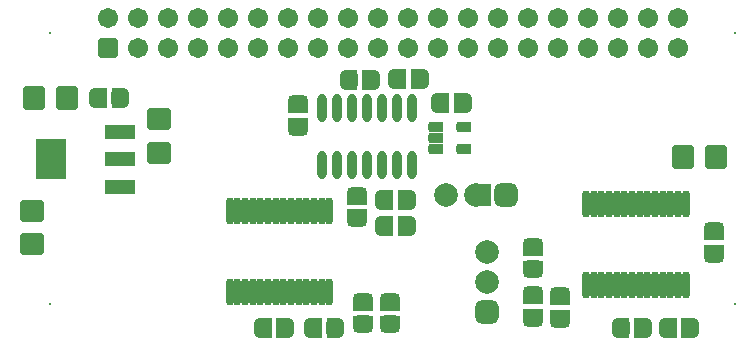
<source format=gts>
%FSLAX44Y44*%
%MOMM*%
G71*
G01*
G75*
G04 Layer_Color=8388736*
G04:AMPARAMS|DCode=10|XSize=1.5mm|YSize=1.3mm|CornerRadius=0.325mm|HoleSize=0mm|Usage=FLASHONLY|Rotation=180.000|XOffset=0mm|YOffset=0mm|HoleType=Round|Shape=RoundedRectangle|*
%AMROUNDEDRECTD10*
21,1,1.5000,0.6500,0,0,180.0*
21,1,0.8500,1.3000,0,0,180.0*
1,1,0.6500,-0.4250,0.3250*
1,1,0.6500,0.4250,0.3250*
1,1,0.6500,0.4250,-0.3250*
1,1,0.6500,-0.4250,-0.3250*
%
%ADD10ROUNDEDRECTD10*%
G04:AMPARAMS|DCode=11|XSize=1.5mm|YSize=1.3mm|CornerRadius=0.325mm|HoleSize=0mm|Usage=FLASHONLY|Rotation=90.000|XOffset=0mm|YOffset=0mm|HoleType=Round|Shape=RoundedRectangle|*
%AMROUNDEDRECTD11*
21,1,1.5000,0.6500,0,0,90.0*
21,1,0.8500,1.3000,0,0,90.0*
1,1,0.6500,0.3250,0.4250*
1,1,0.6500,0.3250,-0.4250*
1,1,0.6500,-0.3250,-0.4250*
1,1,0.6500,-0.3250,0.4250*
%
%ADD11ROUNDEDRECTD11*%
%ADD12O,0.6000X2.2000*%
%ADD13O,0.4500X2.1000*%
G04:AMPARAMS|DCode=14|XSize=1.8mm|YSize=1.65mm|CornerRadius=0.1238mm|HoleSize=0mm|Usage=FLASHONLY|Rotation=90.000|XOffset=0mm|YOffset=0mm|HoleType=Round|Shape=RoundedRectangle|*
%AMROUNDEDRECTD14*
21,1,1.8000,1.4025,0,0,90.0*
21,1,1.5525,1.6500,0,0,90.0*
1,1,0.2475,0.7013,0.7763*
1,1,0.2475,0.7013,-0.7763*
1,1,0.2475,-0.7013,-0.7763*
1,1,0.2475,-0.7013,0.7763*
%
%ADD14ROUNDEDRECTD14*%
G04:AMPARAMS|DCode=15|XSize=1.8mm|YSize=1.65mm|CornerRadius=0.1238mm|HoleSize=0mm|Usage=FLASHONLY|Rotation=180.000|XOffset=0mm|YOffset=0mm|HoleType=Round|Shape=RoundedRectangle|*
%AMROUNDEDRECTD15*
21,1,1.8000,1.4025,0,0,180.0*
21,1,1.5525,1.6500,0,0,180.0*
1,1,0.2475,-0.7763,0.7013*
1,1,0.2475,0.7763,0.7013*
1,1,0.2475,0.7763,-0.7013*
1,1,0.2475,-0.7763,-0.7013*
%
%ADD15ROUNDEDRECTD15*%
%ADD16R,2.4000X1.0000*%
%ADD17R,2.4000X3.3000*%
G04:AMPARAMS|DCode=18|XSize=0.6706mm|YSize=1.0668mm|CornerRadius=0.0838mm|HoleSize=0mm|Usage=FLASHONLY|Rotation=90.000|XOffset=0mm|YOffset=0mm|HoleType=Round|Shape=RoundedRectangle|*
%AMROUNDEDRECTD18*
21,1,0.6706,0.8992,0,0,90.0*
21,1,0.5029,1.0668,0,0,90.0*
1,1,0.1676,0.4496,0.2515*
1,1,0.1676,0.4496,-0.2515*
1,1,0.1676,-0.4496,-0.2515*
1,1,0.1676,-0.4496,0.2515*
%
%ADD18ROUNDEDRECTD18*%
%ADD19C,0.3000*%
%ADD20C,0.4000*%
%ADD21C,0.2000*%
%ADD22R,1.5000X0.6500*%
%ADD23R,0.6500X1.5000*%
%ADD24R,1.2500X1.7500*%
G04:AMPARAMS|DCode=25|XSize=1.8mm|YSize=1.8mm|CornerRadius=0.45mm|HoleSize=0mm|Usage=FLASHONLY|Rotation=180.000|XOffset=0mm|YOffset=0mm|HoleType=Round|Shape=RoundedRectangle|*
%AMROUNDEDRECTD25*
21,1,1.8000,0.9000,0,0,180.0*
21,1,0.9000,1.8000,0,0,180.0*
1,1,0.9000,-0.4500,0.4500*
1,1,0.9000,0.4500,0.4500*
1,1,0.9000,0.4500,-0.4500*
1,1,0.9000,-0.4500,-0.4500*
%
%ADD25ROUNDEDRECTD25*%
%ADD26C,1.8000*%
G04:AMPARAMS|DCode=27|XSize=1.8mm|YSize=1.8mm|CornerRadius=0.45mm|HoleSize=0mm|Usage=FLASHONLY|Rotation=90.000|XOffset=0mm|YOffset=0mm|HoleType=Round|Shape=RoundedRectangle|*
%AMROUNDEDRECTD27*
21,1,1.8000,0.9000,0,0,90.0*
21,1,0.9000,1.8000,0,0,90.0*
1,1,0.9000,0.4500,0.4500*
1,1,0.9000,0.4500,-0.4500*
1,1,0.9000,-0.4500,-0.4500*
1,1,0.9000,-0.4500,0.4500*
%
%ADD27ROUNDEDRECTD27*%
%ADD28C,1.5000*%
G04:AMPARAMS|DCode=29|XSize=1.5mm|YSize=1.5mm|CornerRadius=0.225mm|HoleSize=0mm|Usage=FLASHONLY|Rotation=0.000|XOffset=0mm|YOffset=0mm|HoleType=Round|Shape=RoundedRectangle|*
%AMROUNDEDRECTD29*
21,1,1.5000,1.0500,0,0,0.0*
21,1,1.0500,1.5000,0,0,0.0*
1,1,0.4500,0.5250,-0.5250*
1,1,0.4500,-0.5250,-0.5250*
1,1,0.4500,-0.5250,0.5250*
1,1,0.4500,0.5250,0.5250*
%
%ADD29ROUNDEDRECTD29*%
%ADD30C,0.6500*%
%ADD31C,0.7200*%
%ADD32O,0.6000X2.3000*%
%ADD33C,0.5000*%
%ADD34C,0.1800*%
G04:AMPARAMS|DCode=35|XSize=1.7032mm|YSize=1.5032mm|CornerRadius=0.4266mm|HoleSize=0mm|Usage=FLASHONLY|Rotation=180.000|XOffset=0mm|YOffset=0mm|HoleType=Round|Shape=RoundedRectangle|*
%AMROUNDEDRECTD35*
21,1,1.7032,0.6500,0,0,180.0*
21,1,0.8500,1.5032,0,0,180.0*
1,1,0.8532,-0.4250,0.3250*
1,1,0.8532,0.4250,0.3250*
1,1,0.8532,0.4250,-0.3250*
1,1,0.8532,-0.4250,-0.3250*
%
%ADD35ROUNDEDRECTD35*%
G04:AMPARAMS|DCode=36|XSize=1.7032mm|YSize=1.5032mm|CornerRadius=0.4266mm|HoleSize=0mm|Usage=FLASHONLY|Rotation=90.000|XOffset=0mm|YOffset=0mm|HoleType=Round|Shape=RoundedRectangle|*
%AMROUNDEDRECTD36*
21,1,1.7032,0.6500,0,0,90.0*
21,1,0.8500,1.5032,0,0,90.0*
1,1,0.8532,0.3250,0.4250*
1,1,0.8532,0.3250,-0.4250*
1,1,0.8532,-0.3250,-0.4250*
1,1,0.8532,-0.3250,0.4250*
%
%ADD36ROUNDEDRECTD36*%
%ADD37O,0.8032X2.4032*%
%ADD38O,0.6532X2.3032*%
G04:AMPARAMS|DCode=39|XSize=2.0032mm|YSize=1.8532mm|CornerRadius=0.2253mm|HoleSize=0mm|Usage=FLASHONLY|Rotation=90.000|XOffset=0mm|YOffset=0mm|HoleType=Round|Shape=RoundedRectangle|*
%AMROUNDEDRECTD39*
21,1,2.0032,1.4025,0,0,90.0*
21,1,1.5525,1.8532,0,0,90.0*
1,1,0.4507,0.7013,0.7763*
1,1,0.4507,0.7013,-0.7763*
1,1,0.4507,-0.7013,-0.7763*
1,1,0.4507,-0.7013,0.7763*
%
%ADD39ROUNDEDRECTD39*%
G04:AMPARAMS|DCode=40|XSize=2.0032mm|YSize=1.8532mm|CornerRadius=0.2253mm|HoleSize=0mm|Usage=FLASHONLY|Rotation=180.000|XOffset=0mm|YOffset=0mm|HoleType=Round|Shape=RoundedRectangle|*
%AMROUNDEDRECTD40*
21,1,2.0032,1.4025,0,0,180.0*
21,1,1.5525,1.8532,0,0,180.0*
1,1,0.4507,-0.7763,0.7013*
1,1,0.4507,0.7763,0.7013*
1,1,0.4507,0.7763,-0.7013*
1,1,0.4507,-0.7763,-0.7013*
%
%ADD40ROUNDEDRECTD40*%
%ADD41R,2.6032X1.2032*%
%ADD42R,2.6032X3.5032*%
G04:AMPARAMS|DCode=43|XSize=0.8738mm|YSize=1.27mm|CornerRadius=0.1854mm|HoleSize=0mm|Usage=FLASHONLY|Rotation=90.000|XOffset=0mm|YOffset=0mm|HoleType=Round|Shape=RoundedRectangle|*
%AMROUNDEDRECTD43*
21,1,0.8738,0.8992,0,0,90.0*
21,1,0.5029,1.2700,0,0,90.0*
1,1,0.3708,0.4496,0.2515*
1,1,0.3708,0.4496,-0.2515*
1,1,0.3708,-0.4496,-0.2515*
1,1,0.3708,-0.4496,0.2515*
%
%ADD43ROUNDEDRECTD43*%
%ADD44R,1.7032X0.8532*%
%ADD45R,0.8532X1.7032*%
%ADD46R,1.4532X1.9532*%
G04:AMPARAMS|DCode=47|XSize=2.0032mm|YSize=2.0032mm|CornerRadius=0.5516mm|HoleSize=0mm|Usage=FLASHONLY|Rotation=180.000|XOffset=0mm|YOffset=0mm|HoleType=Round|Shape=RoundedRectangle|*
%AMROUNDEDRECTD47*
21,1,2.0032,0.9000,0,0,180.0*
21,1,0.9000,2.0032,0,0,180.0*
1,1,1.1032,-0.4500,0.4500*
1,1,1.1032,0.4500,0.4500*
1,1,1.1032,0.4500,-0.4500*
1,1,1.1032,-0.4500,-0.4500*
%
%ADD47ROUNDEDRECTD47*%
%ADD48C,2.0032*%
G04:AMPARAMS|DCode=49|XSize=2.0032mm|YSize=2.0032mm|CornerRadius=0.5516mm|HoleSize=0mm|Usage=FLASHONLY|Rotation=90.000|XOffset=0mm|YOffset=0mm|HoleType=Round|Shape=RoundedRectangle|*
%AMROUNDEDRECTD49*
21,1,2.0032,0.9000,0,0,90.0*
21,1,0.9000,2.0032,0,0,90.0*
1,1,1.1032,0.4500,0.4500*
1,1,1.1032,0.4500,-0.4500*
1,1,1.1032,-0.4500,-0.4500*
1,1,1.1032,-0.4500,0.4500*
%
%ADD49ROUNDEDRECTD49*%
%ADD50C,1.7032*%
G04:AMPARAMS|DCode=51|XSize=1.7032mm|YSize=1.7032mm|CornerRadius=0.3266mm|HoleSize=0mm|Usage=FLASHONLY|Rotation=0.000|XOffset=0mm|YOffset=0mm|HoleType=Round|Shape=RoundedRectangle|*
%AMROUNDEDRECTD51*
21,1,1.7032,1.0500,0,0,0.0*
21,1,1.0500,1.7032,0,0,0.0*
1,1,0.6532,0.5250,-0.5250*
1,1,0.6532,-0.5250,-0.5250*
1,1,0.6532,-0.5250,0.5250*
1,1,0.6532,0.5250,0.5250*
%
%ADD51ROUNDEDRECTD51*%
%ADD52C,0.2032*%
D35*
X1444250Y764500D02*
D03*
Y783500D02*
D03*
X1295000Y827000D02*
D03*
Y808000D02*
D03*
X1245000Y885500D02*
D03*
Y904500D02*
D03*
X1300000Y718000D02*
D03*
Y737000D02*
D03*
X1597500Y797000D02*
D03*
Y778000D02*
D03*
X1443750Y723750D02*
D03*
Y742750D02*
D03*
X1323000Y718000D02*
D03*
Y737000D02*
D03*
X1466750Y742000D02*
D03*
Y723000D02*
D03*
D36*
X1318000Y801500D02*
D03*
X1337000D02*
D03*
X1347750Y925500D02*
D03*
X1328750D02*
D03*
X1337000Y823000D02*
D03*
X1318000D02*
D03*
X1306750Y925250D02*
D03*
X1287750D02*
D03*
X1094500Y910000D02*
D03*
X1075500D02*
D03*
X1365500Y905750D02*
D03*
X1384500D02*
D03*
X1257500Y715000D02*
D03*
X1276500D02*
D03*
X1215000D02*
D03*
X1234000D02*
D03*
X1558000Y715000D02*
D03*
X1577000D02*
D03*
X1518000D02*
D03*
X1537000D02*
D03*
D37*
X1264900Y853000D02*
D03*
X1277600D02*
D03*
X1290300D02*
D03*
X1303000D02*
D03*
X1315700D02*
D03*
X1328400D02*
D03*
X1341100D02*
D03*
X1264900Y901000D02*
D03*
X1277600D02*
D03*
X1290300D02*
D03*
X1303000D02*
D03*
X1315700D02*
D03*
X1328400D02*
D03*
X1341100D02*
D03*
D38*
X1187000Y745250D02*
D03*
X1193500D02*
D03*
X1200000D02*
D03*
X1206500D02*
D03*
X1213000D02*
D03*
X1219500D02*
D03*
X1226000D02*
D03*
X1232500D02*
D03*
X1239000D02*
D03*
X1245500D02*
D03*
X1252000D02*
D03*
X1258500D02*
D03*
X1265000D02*
D03*
X1271500D02*
D03*
X1187000Y814250D02*
D03*
X1193500D02*
D03*
X1200000D02*
D03*
X1206500D02*
D03*
X1213000D02*
D03*
X1219500D02*
D03*
X1226000D02*
D03*
X1232500D02*
D03*
X1239000D02*
D03*
X1245500D02*
D03*
X1252000D02*
D03*
X1258500D02*
D03*
X1265000D02*
D03*
X1271500D02*
D03*
X1488750Y751250D02*
D03*
X1495250D02*
D03*
X1501750D02*
D03*
X1508250D02*
D03*
X1514750D02*
D03*
X1521250D02*
D03*
X1527750D02*
D03*
X1534250D02*
D03*
X1540750D02*
D03*
X1547250D02*
D03*
X1553750D02*
D03*
X1560250D02*
D03*
X1566750D02*
D03*
X1573250D02*
D03*
X1488750Y820250D02*
D03*
X1495250D02*
D03*
X1501750D02*
D03*
X1508250D02*
D03*
X1514750D02*
D03*
X1521250D02*
D03*
X1527750D02*
D03*
X1534250D02*
D03*
X1540750D02*
D03*
X1547250D02*
D03*
X1553750D02*
D03*
X1560250D02*
D03*
X1566750D02*
D03*
X1573250D02*
D03*
D39*
X1021000Y910000D02*
D03*
X1049000D02*
D03*
X1599000Y860000D02*
D03*
X1571000D02*
D03*
D40*
X1020000Y786000D02*
D03*
Y814000D02*
D03*
X1127500Y891500D02*
D03*
Y863500D02*
D03*
D41*
X1093750Y834750D02*
D03*
Y857750D02*
D03*
Y880750D02*
D03*
D42*
X1035750Y857750D02*
D03*
D43*
X1361750Y885500D02*
D03*
Y876000D02*
D03*
Y866500D02*
D03*
X1385750D02*
D03*
Y885500D02*
D03*
D44*
X1444250Y767750D02*
D03*
Y780250D02*
D03*
X1295001Y823750D02*
D03*
Y811250D02*
D03*
X1245001Y888750D02*
D03*
Y901250D02*
D03*
X1300000Y721250D02*
D03*
Y733750D02*
D03*
X1597500Y793750D02*
D03*
Y781250D02*
D03*
X1443751Y726999D02*
D03*
Y739499D02*
D03*
X1323000Y721250D02*
D03*
Y733750D02*
D03*
X1466750Y738750D02*
D03*
Y726250D02*
D03*
D45*
X1321250Y801500D02*
D03*
X1333750D02*
D03*
X1344500Y925500D02*
D03*
X1332000D02*
D03*
X1333750Y823000D02*
D03*
X1321250D02*
D03*
X1303500Y925250D02*
D03*
X1291000D02*
D03*
X1091250Y910000D02*
D03*
X1078750D02*
D03*
X1368750Y905750D02*
D03*
X1381250D02*
D03*
X1260750Y715000D02*
D03*
X1273250D02*
D03*
X1218250D02*
D03*
X1230750D02*
D03*
X1561250D02*
D03*
X1573750D02*
D03*
X1521250D02*
D03*
X1533750D02*
D03*
D46*
X1401750Y827750D02*
D03*
D47*
X1420900Y827750D02*
D03*
D48*
X1395500D02*
D03*
X1370100D02*
D03*
X1404500Y779150D02*
D03*
Y753750D02*
D03*
D49*
Y728350D02*
D03*
D50*
X1413900Y977700D02*
D03*
X1439300D02*
D03*
X1464700D02*
D03*
X1490100D02*
D03*
X1566300D02*
D03*
X1540900D02*
D03*
X1515500D02*
D03*
Y952300D02*
D03*
X1540900D02*
D03*
X1566300D02*
D03*
X1490100D02*
D03*
X1464700D02*
D03*
X1439300D02*
D03*
X1413900D02*
D03*
X1210700D02*
D03*
X1109100D02*
D03*
X1236100D02*
D03*
X1134500D02*
D03*
X1261500D02*
D03*
X1159900D02*
D03*
X1286900D02*
D03*
X1185300D02*
D03*
X1312300D02*
D03*
X1388500D02*
D03*
X1363100D02*
D03*
X1337700D02*
D03*
Y977700D02*
D03*
X1363100D02*
D03*
X1388500D02*
D03*
X1312300D02*
D03*
X1185300D02*
D03*
X1286900D02*
D03*
X1159900D02*
D03*
X1261500D02*
D03*
X1134500D02*
D03*
X1236100D02*
D03*
X1109100D02*
D03*
X1210700D02*
D03*
X1083700D02*
D03*
D51*
Y952300D02*
D03*
D52*
X1615000Y965000D02*
D03*
Y735000D02*
D03*
X1035000D02*
D03*
Y965000D02*
D03*
M02*

</source>
